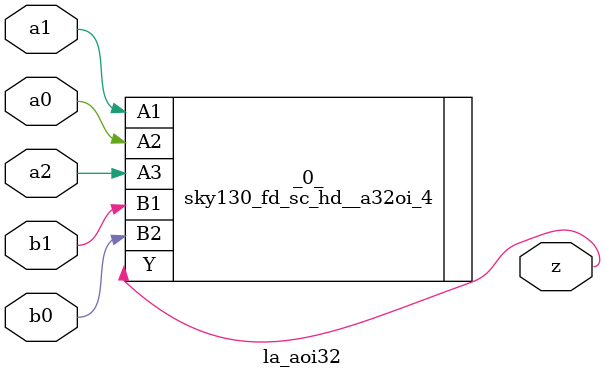
<source format=v>

/* Generated by Yosys 0.44 (git sha1 80ba43d26, g++ 11.4.0-1ubuntu1~22.04 -fPIC -O3) */

(* top =  1  *)
(* src = "generated" *)
module la_aoi32 (
    a0,
    a1,
    a2,
    b0,
    b1,
    z
);
  (* src = "generated" *)
  input a0;
  wire a0;
  (* src = "generated" *)
  input a1;
  wire a1;
  (* src = "generated" *)
  input a2;
  wire a2;
  (* src = "generated" *)
  input b0;
  wire b0;
  (* src = "generated" *)
  input b1;
  wire b1;
  (* src = "generated" *)
  output z;
  wire z;
  sky130_fd_sc_hd__a32oi_4 _0_ (
      .A1(a1),
      .A2(a0),
      .A3(a2),
      .B1(b1),
      .B2(b0),
      .Y (z)
  );
endmodule

</source>
